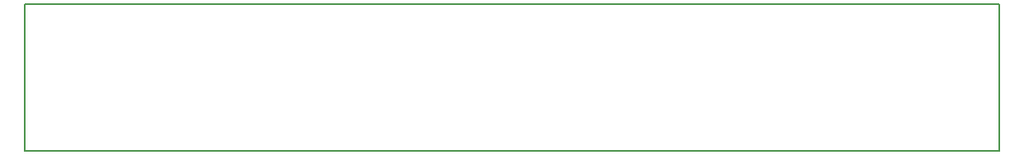
<source format=gm1>
G04 #@! TF.FileFunction,Profile,NP*
%FSLAX46Y46*%
G04 Gerber Fmt 4.6, Leading zero omitted, Abs format (unit mm)*
G04 Created by KiCad (PCBNEW 4.0.7-e2-6376~58~ubuntu16.04.1) date Fri Sep 22 12:57:38 2017*
%MOMM*%
%LPD*%
G01*
G04 APERTURE LIST*
%ADD10C,0.100000*%
%ADD11C,0.150000*%
G04 APERTURE END LIST*
D10*
D11*
X50000000Y-135000000D02*
X50000000Y-150000000D01*
X150000000Y-135000000D02*
X50000000Y-135000000D01*
X150000000Y-150000000D02*
X150000000Y-135000000D01*
X50000000Y-150000000D02*
X150000000Y-150000000D01*
M02*

</source>
